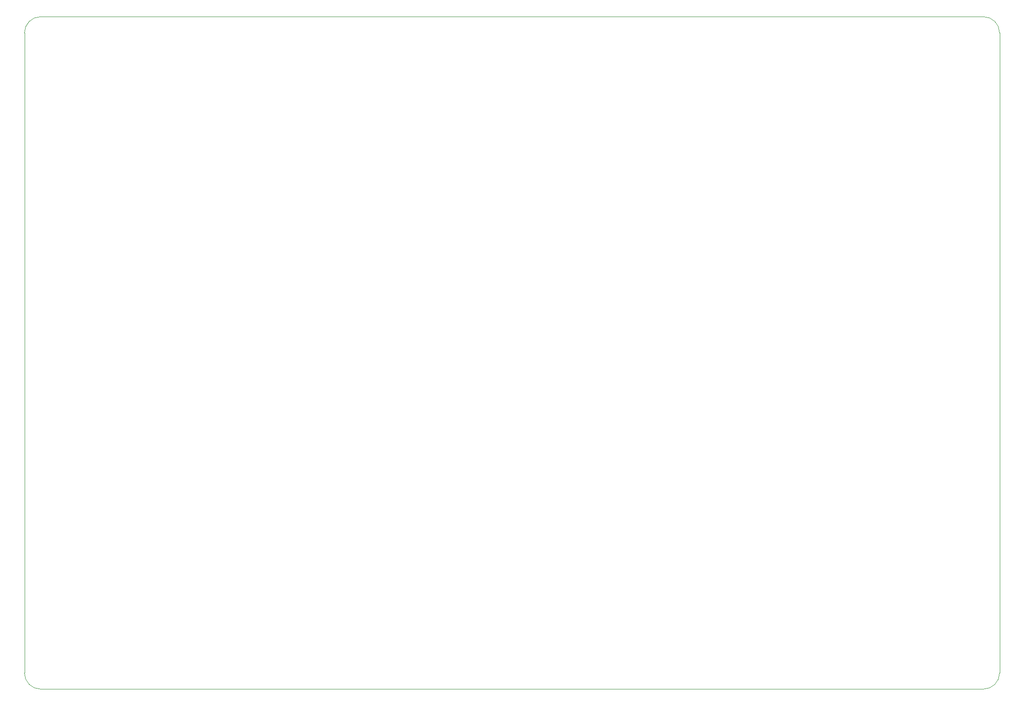
<source format=gbr>
%TF.GenerationSoftware,Altium Limited,Altium Designer,20.1.14 (287)*%
G04 Layer_Color=0*
%FSLAX25Y25*%
%MOIN*%
%TF.SameCoordinates,420D9B4C-C7A0-47ED-81AF-82C992674030*%
%TF.FilePolarity,Positive*%
%TF.FileFunction,Profile,NP*%
%TF.Part,Single*%
G01*
G75*
%TA.AperFunction,Profile*%
%ADD110C,0.00100*%
D110*
X12000D02*
X713000D01*
D02*
G03*
X725000Y12000I-0J12000D01*
G01*
X725000Y488000D01*
D02*
G03*
X713000Y500000I-12000J0D01*
G01*
X12000Y500000D01*
D02*
G03*
X0Y488000I-1J-11999D01*
G01*
Y12000D01*
D02*
G03*
X12000Y0I12000J0D01*
G01*
%TF.MD5,32cc331c9ddd6d519a6855c619d1ab62*%
M02*

</source>
